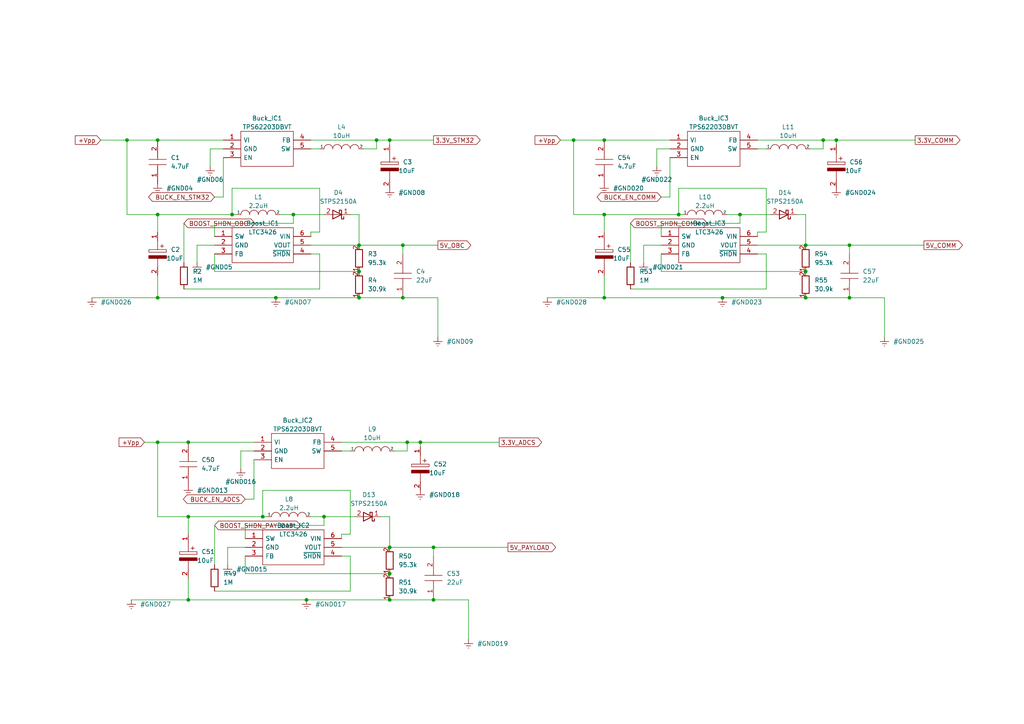
<source format=kicad_sch>
(kicad_sch (version 20230121) (generator eeschema)
  (paper "A4")
  (lib_symbols
    (symbol "Cap 4.7uf:C1210C475K4RACAUTO" (pin_names (offset 0.762))
      (property "Reference" "C" (at 8.89 6.35 0))
      (property "Value" "C1210C475K4RACAUTO" (at 8.89 3.81 0))
      (symbol "C1210C475K4RACAUTO_0_0"
        (pin passive line (at 0 0 0) (length 5.08) (name "~") (number "1"))
        (pin passive line (at 12.7 0 180) (length 5.08) (name "~") (number "2"))
      )
      (symbol "C1210C475K4RACAUTO_0_1"
        (polyline (pts (xy 5.08 0) (xy 5.588 0)) (stroke (width 0.1524)))
        (polyline (pts (xy 5.588 2.54) (xy 5.588 -2.54)) (stroke (width 0.1524)))
        (polyline (pts (xy 7.112 0) (xy 7.62 0)) (stroke (width 0.1524)))
        (polyline (pts (xy 7.112 2.54) (xy 7.112 -2.54)) (stroke (width 0.1524)))
      )
    )
    (symbol "Device:D_Schottky" (pin_names (offset 1.016) hide)
      (property "Reference" "D" (at 0 2.54 0))
      (property "Value" "D_Schottky" (at 0 -2.54 0))
      (symbol "D_Schottky_0_1"
        (polyline (pts (xy 1.27 0) (xy -1.27 0)))
        (polyline (pts (xy 1.27 1.27) (xy 1.27 -1.27) (xy -1.27 0) (xy 1.27 1.27)) (stroke (width 0.254)))
        (polyline (pts (xy -1.905 0.635) (xy -1.905 1.27) (xy -1.27 1.27) (xy -1.27 -1.27) (xy -0.635 -1.27) (xy -0.635 -0.635)) (stroke (width 0.254)))
      )
      (symbol "D_Schottky_1_1"
        (pin passive line (at -3.81 0 0) (length 2.54) (name "K") (number "1"))
        (pin passive line (at 3.81 0 180) (length 2.54) (name "A") (number "2"))
      )
    )
    (symbol "Device:R" (pin_numbers hide) (pin_names (offset 0))
      (property "Reference" "R" (at 2.032 0 90))
      (property "Value" "R" (at 0 0 90))
      (symbol "R_0_1"
        (rectangle (start -1.016 -2.54) (end 1.016 2.54) (stroke (width 0.254)))
      )
      (symbol "R_1_1"
        (pin passive line (at 0 3.81 270) (length 1.27) (name "~") (number "1"))
        (pin passive line (at 0 -3.81 90) (length 1.27) (name "~") (number "2"))
      )
    )
    (symbol "EXTRAs:AFK106M35C12T-F" (pin_names (offset 0.762))
      (property "Reference" "C" (at 8.89 6.35 0))
      (property "Value" "AFK106M35C12T-F" (at 8.89 3.81 0))
      (symbol "AFK106M35C12T-F_0_0"
        (pin passive line (at 0 0 0) (length 2.54) (name "~") (number "1"))
        (pin passive line (at 12.7 0 180) (length 2.54) (name "~") (number "2"))
      )
      (symbol "AFK106M35C12T-F_0_1"
        (polyline (pts (xy 2.54 0) (xy 5.08 0)) (stroke (width 0.1524)))
        (polyline (pts (xy 4.064 1.778) (xy 4.064 0.762)) (stroke (width 0.1524)))
        (polyline (pts (xy 4.572 1.27) (xy 3.556 1.27)) (stroke (width 0.1524)))
        (polyline (pts (xy 7.62 0) (xy 10.16 0)) (stroke (width 0.1524)))
        (polyline (pts (xy 5.08 2.54) (xy 5.08 -2.54) (xy 5.842 -2.54) (xy 5.842 2.54) (xy 5.08 2.54)) (stroke (width 0.1524)))
        (polyline (pts (xy 7.62 2.54) (xy 7.62 -2.54) (xy 6.858 -2.54) (xy 6.858 2.54) (xy 7.62 2.54)) (stroke (width 0.254)) (fill (type outline)))
      )
    )
    (symbol "R_1" (pin_names (offset 0))
      (property "Reference" "R" (at 2.032 0 90))
      (property "Value" "R" (at 0 0 90))
      (symbol "R_1_0_1"
        (rectangle (start -1.016 -2.54) (end 1.016 2.54) (stroke (width 0.254)))
      )
      (symbol "R_1_1_1"
        (pin passive line (at 0 3.81 270) (length 1.27) (name "~") (number "1"))
        (pin passive line (at 0 -3.81 90) (length 1.27) (name "~") (number "2"))
      )
    )
    (symbol "R_2" (pin_names (offset 0))
      (property "Reference" "R" (at 2.032 0 90))
      (property "Value" "R" (at 0 0 90))
      (symbol "R_2_0_1"
        (rectangle (start -1.016 -2.54) (end 1.016 2.54) (stroke (width 0.254)))
      )
      (symbol "R_2_1_1"
        (pin passive line (at 0 3.81 270) (length 1.27) (name "~") (number "1"))
        (pin passive line (at 0 -3.81 90) (length 1.27) (name "~") (number "2"))
      )
    )
    (symbol "boost sat:LTC3426ES6#TRMPBF" (pin_names (offset 0.762))
      (property "Reference" "PS" (at 24.13 7.62 0))
      (property "Value" "LTC3426ES6#TRMPBF" (at 24.13 5.08 0))
      (symbol "LTC3426ES6#TRMPBF_0_0"
        (pin input line (at 0 0 0) (length 5.08) (name "SW") (number "1"))
        (pin power_in line (at 0 -2.54 0) (length 5.08) (name "GND") (number "2"))
        (pin input line (at 0 -5.08 0) (length 5.08) (name "FB") (number "3"))
        (pin input line (at 27.94 -5.08 180) (length 5.08) (name "~{SHDN}") (number "4"))
        (pin power_in line (at 27.94 -2.54 180) (length 5.08) (name "VOUT") (number "5"))
        (pin power_in line (at 27.94 0 180) (length 5.08) (name "VIN") (number "6"))
      )
      (symbol "LTC3426ES6#TRMPBF_0_1"
        (polyline (pts (xy 5.08 2.54) (xy 22.86 2.54) (xy 22.86 -7.62) (xy 5.08 -7.62) (xy 5.08 2.54)) (stroke (width 0.1524)))
      )
    )
    (symbol "bucki c1:TPS62203DBVT" (pin_names (offset 0.762))
      (property "Reference" "IC" (at 21.59 7.62 0))
      (property "Value" "TPS62203DBVT" (at 21.59 5.08 0))
      (symbol "TPS62203DBVT_0_0"
        (pin passive line (at 0 0 0) (length 5.08) (name "VI") (number "1"))
        (pin passive line (at 0 -2.54 0) (length 5.08) (name "GND") (number "2"))
        (pin passive line (at 0 -5.08 0) (length 5.08) (name "EN") (number "3"))
        (pin passive line (at 25.4 0 180) (length 5.08) (name "FB") (number "4"))
        (pin passive line (at 25.4 -2.54 180) (length 5.08) (name "SW") (number "5"))
      )
      (symbol "TPS62203DBVT_0_1"
        (polyline (pts (xy 5.08 2.54) (xy 20.32 2.54) (xy 20.32 -7.62) (xy 5.08 -7.62) (xy 5.08 2.54)) (stroke (width 0.1524)))
      )
    )
    (symbol "cap22uf:ZRB18AR61A226ME01L" (pin_names (offset 0.762))
      (property "Reference" "C" (at 8.89 6.35 0))
      (property "Value" "ZRB18AR61A226ME01L" (at 8.89 3.81 0))
      (symbol "ZRB18AR61A226ME01L_0_0"
        (pin passive line (at 0 0 0) (length 5.08) (name "~") (number "1"))
        (pin passive line (at 12.7 0 180) (length 5.08) (name "~") (number "2"))
      )
      (symbol "ZRB18AR61A226ME01L_0_1"
        (polyline (pts (xy 5.08 0) (xy 5.588 0)) (stroke (width 0.1524)))
        (polyline (pts (xy 5.588 2.54) (xy 5.588 -2.54)) (stroke (width 0.1524)))
        (polyline (pts (xy 7.112 0) (xy 7.62 0)) (stroke (width 0.1524)))
        (polyline (pts (xy 7.112 2.54) (xy 7.112 -2.54)) (stroke (width 0.1524)))
      )
    )
    (symbol "power:Earth" (power) (pin_numbers hide) (pin_names (offset 0) hide)
      (symbol "Earth_0_1"
        (polyline (pts (xy -0.635 -1.905) (xy 0.635 -1.905)))
        (polyline (pts (xy -0.127 -2.54) (xy 0.127 -2.54)))
        (polyline (pts (xy 0 -1.27) (xy 0 0)))
        (polyline (pts (xy 1.27 -1.27) (xy -1.27 -1.27)))
      )
      (symbol "Earth_1_1"
        (pin power_in line (at 0 0 270) (length 0) hide (name "Earth") (number "1"))
      )
    )
    (symbol "pspice:INDUCTOR" (pin_numbers hide) (pin_names (offset 0))
      (property "Reference" "L" (at 0 2.54 0))
      (property "Value" "INDUCTOR" (at 0 -1.27 0))
      (symbol "INDUCTOR_0_1"
        (arc (start -2.54 0) (mid -3.81 1.2645) (end -5.08 0))
        (arc (start 0 0) (mid -1.27 1.2645) (end -2.54 0))
        (arc (start 2.54 0) (mid 1.27 1.2645) (end 0 0))
        (arc (start 5.08 0) (mid 3.81 1.2645) (end 2.54 0))
      )
      (symbol "INDUCTOR_1_1"
        (pin input line (at -6.35 0 0) (length 1.27) (name "1") (number "1"))
        (pin input line (at 6.35 0 180) (length 1.27) (name "2") (number "2"))
      )
    )
  )
  (junction (at 166.37 40.64))
  (junction (at 214.63 62.23))
  (junction (at 113.03 166.37))
  (junction (at 45.72 62.23))
  (junction (at 85.09 62.23))
  (junction (at 104.14 78.74))
  (junction (at 233.68 71.12))
  (junction (at 113.03 40.64))
  (junction (at 104.14 86.36))
  (junction (at 233.68 86.36))
  (junction (at 76.2 149.86))
  (junction (at 118.11 128.27))
  (junction (at 246.38 71.12))
  (junction (at 54.61 128.27))
  (junction (at 93.98 149.86))
  (junction (at 80.01 86.36))
  (junction (at 104.14 71.12))
  (junction (at 233.68 78.74))
  (junction (at 113.03 158.75))
  (junction (at 67.31 62.23))
  (junction (at 125.73 173.99))
  (junction (at 116.84 86.36))
  (junction (at 54.61 149.86))
  (junction (at 175.26 62.23))
  (junction (at 36.83 40.64))
  (junction (at 125.73 158.75))
  (junction (at 45.72 128.27))
  (junction (at 209.55 86.36))
  (junction (at 238.76 40.64))
  (junction (at 54.61 173.99))
  (junction (at 196.85 62.23))
  (junction (at 45.72 86.36))
  (junction (at 175.26 40.64))
  (junction (at 175.26 86.36))
  (junction (at 242.57 40.64))
  (junction (at 88.9 173.99))
  (junction (at 246.38 86.36))
  (junction (at 109.22 40.64))
  (junction (at 113.03 173.99))
  (junction (at 45.72 40.64))
  (junction (at 121.92 128.27))
  (junction (at 116.84 71.12))
  (wire (pts (xy 231.14 62.23) (xy 233.68 62.23)))
  (wire (pts (xy 246.38 71.12) (xy 233.68 71.12)))
  (wire (pts (xy 162.56 40.64) (xy 166.37 40.64)))
  (wire (pts (xy 53.34 76.2) (xy 53.34 64.77)))
  (wire (pts (xy 104.14 62.23) (xy 104.14 71.12)))
  (wire (pts (xy 99.06 130.81) (xy 101.6 130.81)))
  (wire (pts (xy 45.72 62.23) (xy 45.72 67.31)))
  (wire (pts (xy 196.85 54.61) (xy 196.85 62.23)))
  (wire (pts (xy 242.57 40.64) (xy 265.43 40.64)))
  (wire (pts (xy 54.61 149.86) (xy 76.2 149.86)))
  (wire (pts (xy 76.2 142.24) (xy 76.2 149.86)))
  (wire (pts (xy 36.83 62.23) (xy 45.72 62.23)))
  (wire (pts (xy 101.6 154.94) (xy 101.6 142.24)))
  (wire (pts (xy 92.71 54.61) (xy 67.31 54.61)))
  (wire (pts (xy 54.61 173.99) (xy 88.9 173.99)))
  (wire (pts (xy 219.71 73.66) (xy 222.25 73.66)))
  (wire (pts (xy 194.31 57.15) (xy 191.77 57.15)))
  (wire (pts (xy 81.28 62.23) (xy 85.09 62.23)))
  (wire (pts (xy 90.17 67.31) (xy 92.71 67.31)))
  (wire (pts (xy 54.61 167.64) (xy 54.61 173.99)))
  (wire (pts (xy 222.25 67.31) (xy 222.25 54.61)))
  (wire (pts (xy 29.21 40.64) (xy 36.83 40.64)))
  (wire (pts (xy 69.85 130.81) (xy 69.85 135.89)))
  (wire (pts (xy 64.77 43.18) (xy 60.96 43.18)))
  (wire (pts (xy 99.06 128.27) (xy 118.11 128.27)))
  (wire (pts (xy 45.72 40.64) (xy 64.77 40.64)))
  (wire (pts (xy 175.26 62.23) (xy 196.85 62.23)))
  (wire (pts (xy 210.82 62.23) (xy 214.63 62.23)))
  (wire (pts (xy 113.03 149.86) (xy 113.03 158.75)))
  (wire (pts (xy 113.03 173.99) (xy 125.73 173.99)))
  (wire (pts (xy 214.63 62.23) (xy 223.52 62.23)))
  (wire (pts (xy 256.54 97.79) (xy 256.54 86.36)))
  (wire (pts (xy 41.91 128.27) (xy 45.72 128.27)))
  (wire (pts (xy 238.76 40.64) (xy 238.76 43.18)))
  (wire (pts (xy 88.9 173.99) (xy 113.03 173.99)))
  (wire (pts (xy 166.37 40.64) (xy 166.37 62.23)))
  (wire (pts (xy 73.66 130.81) (xy 69.85 130.81)))
  (wire (pts (xy 233.68 86.36) (xy 246.38 86.36)))
  (wire (pts (xy 101.6 171.45) (xy 62.23 171.45)))
  (wire (pts (xy 92.71 67.31) (xy 92.71 54.61)))
  (wire (pts (xy 38.1 173.99) (xy 54.61 173.99)))
  (wire (pts (xy 57.15 71.12) (xy 57.15 76.2)))
  (wire (pts (xy 105.41 43.18) (xy 109.22 43.18)))
  (wire (pts (xy 113.03 40.64) (xy 113.03 41.91)))
  (wire (pts (xy 71.12 166.37) (xy 113.03 166.37)))
  (wire (pts (xy 99.06 154.94) (xy 101.6 154.94)))
  (wire (pts (xy 191.77 71.12) (xy 186.69 71.12)))
  (wire (pts (xy 90.17 149.86) (xy 93.98 149.86)))
  (wire (pts (xy 246.38 71.12) (xy 267.97 71.12)))
  (wire (pts (xy 71.12 158.75) (xy 66.04 158.75)))
  (wire (pts (xy 238.76 40.64) (xy 242.57 40.64)))
  (wire (pts (xy 73.66 133.35) (xy 73.66 144.78)))
  (wire (pts (xy 118.11 128.27) (xy 118.11 130.81)))
  (wire (pts (xy 175.26 40.64) (xy 194.31 40.64)))
  (wire (pts (xy 113.03 40.64) (xy 125.73 40.64)))
  (wire (pts (xy 114.3 130.81) (xy 118.11 130.81)))
  (wire (pts (xy 73.66 144.78) (xy 71.12 144.78)))
  (wire (pts (xy 191.77 64.77) (xy 214.63 64.77)))
  (wire (pts (xy 175.26 80.01) (xy 175.26 86.36)))
  (wire (pts (xy 62.23 163.83) (xy 62.23 152.4)))
  (wire (pts (xy 116.84 71.12) (xy 104.14 71.12)))
  (wire (pts (xy 222.25 54.61) (xy 196.85 54.61)))
  (wire (pts (xy 127 97.79) (xy 127 86.36)))
  (wire (pts (xy 118.11 128.27) (xy 121.92 128.27)))
  (wire (pts (xy 219.71 68.58) (xy 219.71 67.31)))
  (wire (pts (xy 214.63 64.77) (xy 214.63 62.23)))
  (wire (pts (xy 194.31 45.72) (xy 194.31 57.15)))
  (wire (pts (xy 71.12 161.29) (xy 71.12 166.37)))
  (wire (pts (xy 219.71 43.18) (xy 222.25 43.18)))
  (wire (pts (xy 246.38 71.12) (xy 246.38 73.66)))
  (wire (pts (xy 101.6 62.23) (xy 104.14 62.23)))
  (wire (pts (xy 64.77 57.15) (xy 62.23 57.15)))
  (wire (pts (xy 125.73 158.75) (xy 147.32 158.75)))
  (wire (pts (xy 85.09 64.77) (xy 85.09 62.23)))
  (wire (pts (xy 45.72 86.36) (xy 80.01 86.36)))
  (wire (pts (xy 116.84 71.12) (xy 127 71.12)))
  (wire (pts (xy 54.61 149.86) (xy 54.61 154.94)))
  (wire (pts (xy 90.17 68.58) (xy 90.17 67.31)))
  (wire (pts (xy 125.73 158.75) (xy 125.73 161.29)))
  (wire (pts (xy 101.6 142.24) (xy 76.2 142.24)))
  (wire (pts (xy 116.84 86.36) (xy 127 86.36)))
  (wire (pts (xy 90.17 73.66) (xy 92.71 73.66)))
  (wire (pts (xy 190.5 43.18) (xy 190.5 48.26)))
  (wire (pts (xy 99.06 161.29) (xy 101.6 161.29)))
  (wire (pts (xy 99.06 156.21) (xy 99.06 154.94)))
  (wire (pts (xy 90.17 43.18) (xy 92.71 43.18)))
  (wire (pts (xy 109.22 40.64) (xy 113.03 40.64)))
  (wire (pts (xy 45.72 149.86) (xy 54.61 149.86)))
  (wire (pts (xy 92.71 73.66) (xy 92.71 83.82)))
  (wire (pts (xy 101.6 161.29) (xy 101.6 171.45)))
  (wire (pts (xy 234.95 43.18) (xy 238.76 43.18)))
  (wire (pts (xy 191.77 68.58) (xy 191.77 64.77)))
  (wire (pts (xy 196.85 62.23) (xy 198.12 62.23)))
  (wire (pts (xy 45.72 62.23) (xy 67.31 62.23)))
  (wire (pts (xy 71.12 152.4) (xy 93.98 152.4)))
  (wire (pts (xy 67.31 54.61) (xy 67.31 62.23)))
  (wire (pts (xy 92.71 83.82) (xy 53.34 83.82)))
  (wire (pts (xy 85.09 62.23) (xy 93.98 62.23)))
  (wire (pts (xy 135.89 185.42) (xy 135.89 173.99)))
  (wire (pts (xy 62.23 78.74) (xy 104.14 78.74)))
  (wire (pts (xy 26.67 86.36) (xy 45.72 86.36)))
  (wire (pts (xy 93.98 152.4) (xy 93.98 149.86)))
  (wire (pts (xy 90.17 40.64) (xy 109.22 40.64)))
  (wire (pts (xy 71.12 156.21) (xy 71.12 152.4)))
  (wire (pts (xy 186.69 71.12) (xy 186.69 76.2)))
  (wire (pts (xy 246.38 86.36) (xy 256.54 86.36)))
  (wire (pts (xy 209.55 86.36) (xy 233.68 86.36)))
  (wire (pts (xy 166.37 62.23) (xy 175.26 62.23)))
  (wire (pts (xy 233.68 62.23) (xy 233.68 71.12)))
  (wire (pts (xy 125.73 158.75) (xy 113.03 158.75)))
  (wire (pts (xy 219.71 40.64) (xy 238.76 40.64)))
  (wire (pts (xy 219.71 67.31) (xy 222.25 67.31)))
  (wire (pts (xy 191.77 73.66) (xy 191.77 78.74)))
  (wire (pts (xy 60.96 43.18) (xy 60.96 48.26)))
  (wire (pts (xy 121.92 128.27) (xy 144.78 128.27)))
  (wire (pts (xy 67.31 62.23) (xy 68.58 62.23)))
  (wire (pts (xy 175.26 86.36) (xy 209.55 86.36)))
  (wire (pts (xy 36.83 40.64) (xy 45.72 40.64)))
  (wire (pts (xy 62.23 68.58) (xy 62.23 64.77)))
  (wire (pts (xy 80.01 86.36) (xy 104.14 86.36)))
  (wire (pts (xy 62.23 64.77) (xy 85.09 64.77)))
  (wire (pts (xy 125.73 173.99) (xy 135.89 173.99)))
  (wire (pts (xy 222.25 73.66) (xy 222.25 83.82)))
  (wire (pts (xy 222.25 83.82) (xy 182.88 83.82)))
  (wire (pts (xy 64.77 45.72) (xy 64.77 57.15)))
  (wire (pts (xy 191.77 78.74) (xy 233.68 78.74)))
  (wire (pts (xy 36.83 40.64) (xy 36.83 62.23)))
  (wire (pts (xy 194.31 43.18) (xy 190.5 43.18)))
  (wire (pts (xy 110.49 149.86) (xy 113.03 149.86)))
  (wire (pts (xy 219.71 71.12) (xy 233.68 71.12)))
  (wire (pts (xy 62.23 71.12) (xy 57.15 71.12)))
  (wire (pts (xy 90.17 71.12) (xy 104.14 71.12)))
  (wire (pts (xy 62.23 73.66) (xy 62.23 78.74)))
  (wire (pts (xy 45.72 80.01) (xy 45.72 86.36)))
  (wire (pts (xy 66.04 158.75) (xy 66.04 163.83)))
  (wire (pts (xy 76.2 149.86) (xy 77.47 149.86)))
  (wire (pts (xy 242.57 40.64) (xy 242.57 41.91)))
  (wire (pts (xy 104.14 86.36) (xy 116.84 86.36)))
  (wire (pts (xy 158.75 86.36) (xy 175.26 86.36)))
  (wire (pts (xy 109.22 40.64) (xy 109.22 43.18)))
  (wire (pts (xy 182.88 76.2) (xy 182.88 64.77)))
  (wire (pts (xy 175.26 62.23) (xy 175.26 67.31)))
  (wire (pts (xy 166.37 40.64) (xy 175.26 40.64)))
  (wire (pts (xy 54.61 128.27) (xy 73.66 128.27)))
  (wire (pts (xy 121.92 128.27) (xy 121.92 129.54)))
  (wire (pts (xy 99.06 158.75) (xy 113.03 158.75)))
  (wire (pts (xy 45.72 128.27) (xy 54.61 128.27)))
  (wire (pts (xy 45.72 128.27) (xy 45.72 149.86)))
  (wire (pts (xy 116.84 71.12) (xy 116.84 73.66)))
  (wire (pts (xy 93.98 149.86) (xy 102.87 149.86)))
  (global_label "+Vpp" (shape input) (at 29.21 40.64 180) (property "Intersheetrefs" "${INTERSHEET_REFS}" (effects hide)))
  (global_label "BUCK_EN_ADCS" (shape bidirectional) (at 71.12 144.78 180) (property "Intersheetrefs" "${INTERSHEET_REFS}" (effects hide)))
  (global_label "BOOST_SHDN_COMM" (shape bidirectional) (at 182.88 64.77 0) (property "Intersheetrefs" "${INTERSHEET_REFS}" (effects hide)))
  (global_label "5V_PAYLOAD" (shape output) (at 147.32 158.75 0) (property "Intersheetrefs" "${INTERSHEET_REFS}" (effects hide)))
  (global_label "3.3V_COMM" (shape output) (at 265.43 40.64 0) (property "Intersheetrefs" "${INTERSHEET_REFS}" (effects hide)))
  (global_label "BUCK_EN_STM32" (shape bidirectional) (at 62.23 57.15 180) (property "Intersheetrefs" "${INTERSHEET_REFS}" (effects hide)))
  (global_label "BOOST_SHDN_OBC" (shape bidirectional) (at 53.34 64.77 0) (property "Intersheetrefs" "${INTERSHEET_REFS}" (effects hide)))
  (global_label "5V_OBC" (shape output) (at 127 71.12 0) (property "Intersheetrefs" "${INTERSHEET_REFS}" (effects hide)))
  (global_label "+Vpp" (shape input) (at 41.91 128.27 180) (property "Intersheetrefs" "${INTERSHEET_REFS}" (effects hide)))
  (global_label "3.3V_ADCS" (shape output) (at 144.78 128.27 0) (property "Intersheetrefs" "${INTERSHEET_REFS}" (effects hide)))
  (global_label "5V_COMM" (shape output) (at 267.97 71.12 0) (property "Intersheetrefs" "${INTERSHEET_REFS}" (effects hide)))
  (global_label "+Vpp" (shape input) (at 162.56 40.64 180) (property "Intersheetrefs" "${INTERSHEET_REFS}" (effects hide)))
  (global_label "3.3V_STM32" (shape output) (at 125.73 40.64 0) (property "Intersheetrefs" "${INTERSHEET_REFS}" (effects hide)))
  (global_label "BUCK_EN_COMM" (shape bidirectional) (at 191.77 57.15 180) (property "Intersheetrefs" "${INTERSHEET_REFS}" (effects hide)))
  (global_label "BOOST_SHDN_PAYLOAD" (shape bidirectional) (at 62.23 152.4 0) (property "Intersheetrefs" "${INTERSHEET_REFS}" (effects hide)))
  (symbol (lib_id "EXTRAs:AFK106M35C12T-F") (at 45.72 67.31 270) (unit 1)
    (property "Reference" "C2" (at 49.53 72.3899 90) (effects (justify left)))
    (property "Value" "10uF" (at 48.26 74.93 90) (effects (justify left)))
    (property "Footprint" "10uF MLCC:CAPC2012X94N" (effects hide))
    (property "Datasheet" "http://www.cde.com/resources/catalogs/AFK.pdf" (effects hide))
    (property "Description" "Cap Aluminum Lytic 10uF 35V 20% (5 X 5.8mm) SMD 0.7 Ohm 160mA 2000h 105C T/R" (effects hide))
    (property "Height" "6.1" (effects hide))
    (property "Mouser Part Number" "598-AFK106M35C12T-F" (effects hide))
    (property "Mouser Price/Stock" "https://www.mouser.co.uk/ProductDetail/Cornell-Dubilier-CDE/AFK106M35C12T-F?qs=AYHylYxnIynAqk5QKPbEdQ%3D%3D" (effects hide))
    (property "Manufacturer_Name" "Cornell Dubilier" (effects hide))
    (property "Manufacturer_Part_Number" "AFK106M35C12T-F" (effects hide))
    (instances (project "pcb" (path "" (reference "C2") (unit 1))) (project "1" (path "" (reference "C1") (unit 1))))
  )
  (symbol (lib_id "power:Earth") (at 66.04 163.83 0) (unit 1)
    (property "Reference" "#GND015" (at 68.58 165.0999 0) (effects (justify left)))
    (property "Value" "Earth" (effects hide))
    (instances (project "pcb" (path "" (reference "#GND015") (unit 1))) (project "1" (path "" (reference "#GND02") (unit 1))))
  )
  (symbol (lib_id "power:Earth") (at 54.61 140.97 0) (unit 1)
    (property "Reference" "#GND013" (at 57.15 142.2399 0) (effects (justify left)))
    (property "Value" "Earth" (effects hide))
    (instances (project "pcb" (path "" (reference "#GND013") (unit 1))) (project "1" (path "" (reference "#GND01") (unit 1))))
  )
  (symbol (lib_id "boost sat:LTC3426ES6#TRMPBF") (at 62.23 68.58 0) (unit 1)
    (property "Reference" "Boost_IC1" (at 76.2 64.77 0))
    (property "Value" "LTC3426" (at 76.2 67.31 0))
    (property "Footprint" "Boost LTC3426:SOT95P280X90-6N" (effects hide))
    (property "Datasheet" "https://componentsearchengine.com/Datasheets/1/LTC3426ES6#TRMPBF.pdf" (effects hide))
    (property "Description" "Linear Technology LTC3426ES6#TRMPBF, Step Up DC-DC Converter, Adjustable, 2.25  5 V 6-Pin, TSOT-23" (effects hide))
    (property "Height" "0.9" (effects hide))
    (property "Mouser Part Number" "584-LTC3426ES6TRMPBF" (effects hide))
    (property "Mouser Price/Stock" "https://www.mouser.com/Search/Refine.aspx?Keyword=584-LTC3426ES6TRMPBF" (effects hide))
    (property "Manufacturer_Name" "Analog Devices" (effects hide))
    (property "Manufacturer_Part_Number" "LTC3426ES6#TRMPBF" (effects hide))
  )
  (symbol (lib_id "bucki c1:TPS62203DBVT") (at 73.66 128.27 0) (unit 1)
    (property "Reference" "Buck_IC2" (at 86.36 121.92 0))
    (property "Value" "TPS62203DBVT" (at 86.36 124.46 0))
    (property "Footprint" "BUck TPS62203DBVT:SOT95P280X145-5N" (effects hide))
    (property "Datasheet" "http://www.ti.com/lit/gpn/tps62203" (effects hide))
    (property "Description" "3.3-V Output, 300-mA, 95% Efficient Step-Down Converter in SOT-23" (effects hide))
    (property "Height" "1.45" (effects hide))
    (property "Mouser Part Number" "595-TPS62203DBVT" (effects hide))
    (property "Mouser Price/Stock" "https://www.mouser.co.uk/ProductDetail/Texas-Instruments/TPS62203DBVT?qs=Gse6rAGbi78wvyrSvCxXew%3D%3D" (effects hide))
    (property "Manufacturer_Name" "Texas Instruments" (effects hide))
    (property "Manufacturer_Part_Number" "TPS62203DBVT" (effects hide))
    (instances (project "pcb" (path "" (reference "Buck_IC2") (unit 1))) (project "1" (path "" (reference "Buck_IC1") (unit 1))))
  )
  (symbol (lib_id "power:Earth") (at 175.26 53.34 0) (unit 1)
    (property "Reference" "#GND020" (at 177.8 54.6099 0) (effects (justify left)))
    (property "Value" "Earth" (effects hide))
    (instances (project "pcb" (path "" (reference "#GND020") (unit 1))) (project "1" (path "" (reference "#GND01") (unit 1))))
  )
  (symbol (lib_id "pspice:INDUCTOR") (at 83.82 149.86 0) (unit 1)
    (property "Reference" "L8" (at 83.82 144.78 0))
    (property "Value" "2.2uH" (at 83.82 147.32 0))
    (property "Footprint" "indc 2.2uH:IHLP2020CZER2R2M8A" (effects hide))
    (instances (project "pcb" (path "" (reference "L8") (unit 1))) (project "1" (path "" (reference "L1") (unit 1))))
  )
  (symbol (lib_name "R_2") (lib_id "Device:R") (at 113.03 170.18 180) (unit 1)
    (property "Reference" "R51" (at 115.57 168.9099 0) (effects (justify right)))
    (property "Value" "30.9k" (at 115.57 171.4499 0) (effects (justify right)))
    (property "Footprint" "rst 30.9k:RC0603FR-0730K9L" (effects hide))
    (instances (project "pcb" (path "" (reference "R51") (unit 1))) (project "1" (path "" (reference "R2") (unit 1))))
  )
  (symbol (lib_name "R_1") (lib_id "Device:R") (at 113.03 162.56 180) (unit 1)
    (property "Reference" "R50" (at 115.57 161.2899 0) (effects (justify right)))
    (property "Value" "95.3k" (at 115.57 163.8299 0) (effects (justify right)))
    (property "Footprint" "rst 95.3k:RESC2012X60N" (effects hide))
    (instances (project "pcb" (path "" (reference "R50") (unit 1))) (project "1" (path "" (reference "R1") (unit 1))))
  )
  (symbol (lib_id "pspice:INDUCTOR") (at 228.6 43.18 0) (unit 1)
    (property "Reference" "L11" (at 228.6 36.83 0))
    (property "Value" "10uH" (at 228.6 39.37 0))
    (property "Footprint" "indc 10uH crct:SRN1060-100M" (effects hide))
    (instances (project "pcb" (path "" (reference "L11") (unit 1))) (project "1" (path "" (reference "L2") (unit 1))))
  )
  (symbol (lib_id "Cap 4.7uf:C1210C475K4RACAUTO") (at 175.26 53.34 90) (unit 1)
    (property "Reference" "C54" (at 179.07 45.7199 90) (effects (justify right)))
    (property "Value" "4.7uF" (at 179.07 48.2599 90) (effects (justify right)))
    (property "Footprint" "cap 4.7uf:C1210" (effects hide))
    (property "Datasheet" "https://content.kemet.com/datasheets/KEM_C1023_X7R_AUTO_SMD.pdf" (effects hide))
    (property "Description" "SMD Auto X7R, Ceramic, 4.7 uF, 10%, 16 VDC, 40 VDC, 125C, -55C, X7R, SMD, MLCC, Temperature Stable, Automotive Grade, 3.5 % , 106.4 MOhms, 40 mg, 1210, 3.2mm, 2.5mm, 0.9mm, 0.5mm, 4000, 78  Weeks, 80" (effects hide))
    (property "Mouser Part Number" "80-C1210C475K4RAUTO" (effects hide))
    (property "Mouser Price/Stock" "https://www.mouser.co.uk/ProductDetail/KEMET/C1210C475K4RACAUTO?qs=ds50AKTGxA%252BKRDrrpcR4kg%3D%3D" (effects hide))
    (property "Manufacturer_Name" "KEMET" (effects hide))
    (property "Manufacturer_Part_Number" "C1210C475K4RACAUTO" (effects hide))
    (instances (project "pcb" (path "" (reference "C54") (unit 1))) (project "1" (path "" (reference "C3") (unit 1))))
  )
  (symbol (lib_id "cap22uf:ZRB18AR61A226ME01L") (at 116.84 86.36 90) (unit 1)
    (property "Reference" "C4" (at 120.65 78.7399 90) (effects (justify right)))
    (property "Value" "22uF" (at 120.65 81.2799 90) (effects (justify right)))
    (property "Footprint" "cap 22uF low esr and esl:C3216_Commercial" (effects hide))
    (property "Datasheet" "https://datasheet.datasheetarchive.com/originals/distributors/DKDS-10/192994.pdf" (effects hide))
    (property "Description" "Murata 0603 B 22uF Ceramic Multilayer Capacitor, 10 V dc, +85C, X5R Dielectric, +/-20%" (effects hide))
    (property "Height" "1.2" (effects hide))
    (property "Mouser Part Number" "81-ZRB18AR61A226ME1L" (effects hide))
    (property "Mouser Price/Stock" "https://www.mouser.co.uk/ProductDetail/Murata-Electronics/ZRB18AR61A226ME01L?qs=5aG0NVq1C4zcCU98as8CPQ%3D%3D" (effects hide))
    (property "Manufacturer_Name" "Murata Electronics" (effects hide))
    (property "Manufacturer_Part_Number" "ZRB18AR61A226ME01L" (effects hide))
    (instances (project "pcb" (path "" (reference "C4") (unit 1))) (project "1" (path "" (reference "C2") (unit 1))))
  )
  (symbol (lib_id "boost sat:LTC3426ES6#TRMPBF") (at 191.77 68.58 0) (unit 1)
    (property "Reference" "Boost_IC3" (at 205.74 64.77 0))
    (property "Value" "LTC3426" (at 205.74 67.31 0))
    (property "Footprint" "Boost LTC3426:SOT95P280X90-6N" (effects hide))
    (property "Datasheet" "https://componentsearchengine.com/Datasheets/1/LTC3426ES6#TRMPBF.pdf" (effects hide))
    (property "Description" "Linear Technology LTC3426ES6#TRMPBF, Step Up DC-DC Converter, Adjustable, 2.25  5 V 6-Pin, TSOT-23" (effects hide))
    (property "Height" "0.9" (effects hide))
    (property "Mouser Part Number" "584-LTC3426ES6TRMPBF" (effects hide))
    (property "Mouser Price/Stock" "https://www.mouser.com/Search/Refine.aspx?Keyword=584-LTC3426ES6TRMPBF" (effects hide))
    (property "Manufacturer_Name" "Analog Devices" (effects hide))
    (property "Manufacturer_Part_Number" "LTC3426ES6#TRMPBF" (effects hide))
    (instances (project "pcb" (path "" (reference "Boost_IC3") (unit 1))) (project "1" (path "" (reference "Boost_IC1") (unit 1))))
  )
  (symbol (lib_name "R_1") (lib_id "Device:R") (at 104.14 74.93 180) (unit 1)
    (property "Reference" "R3" (at 106.68 73.6599 0) (effects (justify right)))
    (property "Value" "95.3k" (at 106.68 76.1999 0) (effects (justify right)))
    (property "Footprint" "rst 95.3k:RESC2012X60N" (effects hide))
    (instances (project "pcb" (path "" (reference "R3") (unit 1))) (project "1" (path "" (reference "R1") (unit 1))))
  )
  (symbol (lib_id "pspice:INDUCTOR") (at 107.95 130.81 0) (unit 1)
    (property "Reference" "L9" (at 107.95 124.46 0))
    (property "Value" "10uH" (at 107.95 127 0))
    (property "Footprint" "indc 10uH crct:SRN1060-100M" (effects hide))
    (instances (project "pcb" (path "" (reference "L9") (unit 1))) (project "1" (path "" (reference "L2") (unit 1))))
  )
  (symbol (lib_name "R_2") (lib_id "Device:R") (at 233.68 82.55 180) (unit 1)
    (property "Reference" "R55" (at 236.22 81.2799 0) (effects (justify right)))
    (property "Value" "30.9k" (at 236.22 83.8199 0) (effects (justify right)))
    (property "Footprint" "rst 30.9k:RC0603FR-0730K9L" (effects hide))
    (instances (project "pcb" (path "" (reference "R55") (unit 1))) (project "1" (path "" (reference "R2") (unit 1))))
  )
  (symbol (lib_id "Cap 4.7uf:C1210C475K4RACAUTO") (at 45.72 53.34 90) (unit 1)
    (property "Reference" "C1" (at 49.53 45.7199 90) (effects (justify right)))
    (property "Value" "4.7uF" (at 49.53 48.2599 90) (effects (justify right)))
    (property "Footprint" "cap 4.7uf:C1210" (effects hide))
    (property "Datasheet" "https://content.kemet.com/datasheets/KEM_C1023_X7R_AUTO_SMD.pdf" (effects hide))
    (property "Description" "SMD Auto X7R, Ceramic, 4.7 uF, 10%, 16 VDC, 40 VDC, 125C, -55C, X7R, SMD, MLCC, Temperature Stable, Automotive Grade, 3.5 % , 106.4 MOhms, 40 mg, 1210, 3.2mm, 2.5mm, 0.9mm, 0.5mm, 4000, 78  Weeks, 80" (effects hide))
    (property "Mouser Part Number" "80-C1210C475K4RAUTO" (effects hide))
    (property "Mouser Price/Stock" "https://www.mouser.co.uk/ProductDetail/KEMET/C1210C475K4RACAUTO?qs=ds50AKTGxA%252BKRDrrpcR4kg%3D%3D" (effects hide))
    (property "Manufacturer_Name" "KEMET" (effects hide))
    (property "Manufacturer_Part_Number" "C1210C475K4RACAUTO" (effects hide))
    (instances (project "pcb" (path "" (reference "C1") (unit 1))) (project "1" (path "" (reference "C3") (unit 1))))
  )
  (symbol (lib_name "R_2") (lib_id "Device:R") (at 104.14 82.55 180) (unit 1)
    (property "Reference" "R4" (at 106.68 81.2799 0) (effects (justify right)))
    (property "Value" "30.9k" (at 106.68 83.8199 0) (effects (justify right)))
    (property "Footprint" "rst 30.9k:RC0603FR-0730K9L" (effects hide))
    (instances (project "pcb" (path "" (reference "R4") (unit 1))) (project "1" (path "" (reference "R2") (unit 1))))
  )
  (symbol (lib_id "power:Earth") (at 158.75 86.36 0) (unit 1)
    (property "Reference" "#GND028" (at 161.29 87.6299 0) (effects (justify left)))
    (property "Value" "Earth" (effects hide))
    (instances (project "pcb" (path "" (reference "#GND028") (unit 1))) (project "1" (path "" (reference "#GND011") (unit 1))))
  )
  (symbol (lib_id "Device:R") (at 53.34 80.01 180) (unit 1)
    (property "Reference" "R2" (at 55.88 78.7399 0) (effects (justify right)))
    (property "Value" "1M" (at 55.88 81.2799 0) (effects (justify right)))
    (property "Footprint" "1MEGA RST:RESC1608X55N" (effects hide))
    (instances (project "pcb" (path "" (reference "R2") (unit 1))) (project "1" (path "" (reference "R3") (unit 1))))
  )
  (symbol (lib_id "Device:D_Schottky") (at 227.33 62.23 180) (unit 1)
    (property "Reference" "D14" (at 227.6475 55.88 0))
    (property "Value" "STPS2150A" (at 227.6475 58.42 0))
    (property "Footprint" "Schottky DD with stock:DIOM5126X265N" (effects hide))
    (instances (project "pcb" (path "" (reference "D14") (unit 1))) (project "1" (path "" (reference "D1") (unit 1))))
  )
  (symbol (lib_id "power:Earth") (at 242.57 54.61 0) (unit 1)
    (property "Reference" "#GND024" (at 245.11 55.8799 0) (effects (justify left)))
    (property "Value" "Earth" (effects hide))
    (instances (project "pcb" (path "" (reference "#GND024") (unit 1))) (project "1" (path "" (reference "#GND05") (unit 1))))
  )
  (symbol (lib_id "bucki c1:TPS62203DBVT") (at 64.77 40.64 0) (unit 1)
    (property "Reference" "Buck_IC1" (at 77.47 34.29 0))
    (property "Value" "TPS62203DBVT" (at 77.47 36.83 0))
    (property "Footprint" "BUck TPS62203DBVT:SOT95P280X145-5N" (effects hide))
    (property "Datasheet" "http://www.ti.com/lit/gpn/tps62203" (effects hide))
    (property "Description" "3.3-V Output, 300-mA, 95% Efficient Step-Down Converter in SOT-23" (effects hide))
    (property "Height" "1.45" (effects hide))
    (property "Mouser Part Number" "595-TPS62203DBVT" (effects hide))
    (property "Mouser Price/Stock" "https://www.mouser.co.uk/ProductDetail/Texas-Instruments/TPS62203DBVT?qs=Gse6rAGbi78wvyrSvCxXew%3D%3D" (effects hide))
    (property "Manufacturer_Name" "Texas Instruments" (effects hide))
    (property "Manufacturer_Part_Number" "TPS62203DBVT" (effects hide))
  )
  (symbol (lib_id "cap22uf:ZRB18AR61A226ME01L") (at 246.38 86.36 90) (unit 1)
    (property "Reference" "C57" (at 250.19 78.7399 90) (effects (justify right)))
    (property "Value" "22uF" (at 250.19 81.2799 90) (effects (justify right)))
    (property "Footprint" "cap 22uF low esr and esl:C3216_Commercial" (effects hide))
    (property "Datasheet" "https://datasheet.datasheetarchive.com/originals/distributors/DKDS-10/192994.pdf" (effects hide))
    (property "Description" "Murata 0603 B 22uF Ceramic Multilayer Capacitor, 10 V dc, +85C, X5R Dielectric, +/-20%" (effects hide))
    (property "Height" "1.2" (effects hide))
    (property "Mouser Part Number" "81-ZRB18AR61A226ME1L" (effects hide))
    (property "Mouser Price/Stock" "https://www.mouser.co.uk/ProductDetail/Murata-Electronics/ZRB18AR61A226ME01L?qs=5aG0NVq1C4zcCU98as8CPQ%3D%3D" (effects hide))
    (property "Manufacturer_Name" "Murata Electronics" (effects hide))
    (property "Manufacturer_Part_Number" "ZRB18AR61A226ME01L" (effects hide))
    (instances (project "pcb" (path "" (reference "C57") (unit 1))) (project "1" (path "" (reference "C2") (unit 1))))
  )
  (symbol (lib_id "EXTRAs:AFK106M35C12T-F") (at 54.61 154.94 270) (unit 1)
    (property "Reference" "C51" (at 58.42 160.0199 90) (effects (justify left)))
    (property "Value" "10uF" (at 57.15 162.56 90) (effects (justify left)))
    (property "Footprint" "10uF MLCC:CAPC2012X94N" (effects hide))
    (property "Datasheet" "http://www.cde.com/resources/catalogs/AFK.pdf" (effects hide))
    (property "Description" "Cap Aluminum Lytic 10uF 35V 20% (5 X 5.8mm) SMD 0.7 Ohm 160mA 2000h 105C T/R" (effects hide))
    (property "Height" "6.1" (effects hide))
    (property "Mouser Part Number" "598-AFK106M35C12T-F" (effects hide))
    (property "Mouser Price/Stock" "https://www.mouser.co.uk/ProductDetail/Cornell-Dubilier-CDE/AFK106M35C12T-F?qs=AYHylYxnIynAqk5QKPbEdQ%3D%3D" (effects hide))
    (property "Manufacturer_Name" "Cornell Dubilier" (effects hide))
    (property "Manufacturer_Part_Number" "AFK106M35C12T-F" (effects hide))
    (instances (project "pcb" (path "" (reference "C51") (unit 1))) (project "1" (path "" (reference "C1") (unit 1))))
  )
  (symbol (lib_id "power:Earth") (at 88.9 173.99 0) (unit 1)
    (property "Reference" "#GND017" (at 91.44 175.2599 0) (effects (justify left)))
    (property "Value" "Earth" (effects hide))
    (instances (project "pcb" (path "" (reference "#GND017") (unit 1))) (project "1" (path "" (reference "#GND04") (unit 1))))
  )
  (symbol (lib_id "Device:D_Schottky") (at 106.68 149.86 180) (unit 1)
    (property "Reference" "D13" (at 106.9975 143.51 0))
    (property "Value" "STPS2150A" (at 106.9975 146.05 0))
    (property "Footprint" "Schottky DD with stock:DIOM5126X265N" (effects hide))
    (instances (project "pcb" (path "" (reference "D13") (unit 1))) (project "1" (path "" (reference "D1") (unit 1))))
  )
  (symbol (lib_id "EXTRAs:AFK106M35C12T-F") (at 121.92 129.54 270) (unit 1)
    (property "Reference" "C52" (at 125.73 134.6199 90) (effects (justify left)))
    (property "Value" "10uF" (at 124.46 137.16 90) (effects (justify left)))
    (property "Footprint" "10uF MLCC:CAPC2012X94N" (effects hide))
    (property "Datasheet" "http://www.cde.com/resources/catalogs/AFK.pdf" (effects hide))
    (property "Description" "Cap Aluminum Lytic 10uF 35V 20% (5 X 5.8mm) SMD 0.7 Ohm 160mA 2000h 105C T/R" (effects hide))
    (property "Height" "6.1" (effects hide))
    (property "Mouser Part Number" "598-AFK106M35C12T-F" (effects hide))
    (property "Mouser Price/Stock" "https://www.mouser.co.uk/ProductDetail/Cornell-Dubilier-CDE/AFK106M35C12T-F?qs=AYHylYxnIynAqk5QKPbEdQ%3D%3D" (effects hide))
    (property "Manufacturer_Name" "Cornell Dubilier" (effects hide))
    (property "Manufacturer_Part_Number" "AFK106M35C12T-F" (effects hide))
    (instances (project "pcb" (path "" (reference "C52") (unit 1))) (project "1" (path "" (reference "C4") (unit 1))))
  )
  (symbol (lib_id "EXTRAs:AFK106M35C12T-F") (at 242.57 41.91 270) (unit 1)
    (property "Reference" "C56" (at 246.38 46.9899 90) (effects (justify left)))
    (property "Value" "10uF" (at 245.11 49.53 90) (effects (justify left)))
    (property "Footprint" "10uF MLCC:CAPC2012X94N" (effects hide))
    (property "Datasheet" "http://www.cde.com/resources/catalogs/AFK.pdf" (effects hide))
    (property "Description" "Cap Aluminum Lytic 10uF 35V 20% (5 X 5.8mm) SMD 0.7 Ohm 160mA 2000h 105C T/R" (effects hide))
    (property "Height" "6.1" (effects hide))
    (property "Mouser Part Number" "598-AFK106M35C12T-F" (effects hide))
    (property "Mouser Price/Stock" "https://www.mouser.co.uk/ProductDetail/Cornell-Dubilier-CDE/AFK106M35C12T-F?qs=AYHylYxnIynAqk5QKPbEdQ%3D%3D" (effects hide))
    (property "Manufacturer_Name" "Cornell Dubilier" (effects hide))
    (property "Manufacturer_Part_Number" "AFK106M35C12T-F" (effects hide))
    (instances (project "pcb" (path "" (reference "C56") (unit 1))) (project "1" (path "" (reference "C4") (unit 1))))
  )
  (symbol (lib_id "power:Earth") (at 80.01 86.36 0) (unit 1)
    (property "Reference" "#GND07" (at 82.55 87.6299 0) (effects (justify left)))
    (property "Value" "Earth" (effects hide))
    (instances (project "pcb" (path "" (reference "#GND07") (unit 1))) (project "1" (path "" (reference "#GND04") (unit 1))))
  )
  (symbol (lib_id "pspice:INDUCTOR") (at 74.93 62.23 0) (unit 1)
    (property "Reference" "L1" (at 74.93 57.15 0))
    (property "Value" "2.2uH" (at 74.93 59.69 0))
    (property "Footprint" "indc 2.2uH:IHLP2020CZER2R2M8A" (effects hide))
  )
  (symbol (lib_id "power:Earth") (at 127 97.79 0) (unit 1)
    (property "Reference" "#GND09" (at 129.54 99.0599 0) (effects (justify left)))
    (property "Value" "Earth" (effects hide))
    (instances (project "pcb" (path "" (reference "#GND09") (unit 1))) (project "1" (path "" (reference "#GND011") (unit 1))))
  )
  (symbol (lib_id "power:Earth") (at 186.69 76.2 0) (unit 1)
    (property "Reference" "#GND021" (at 189.23 77.4699 0) (effects (justify left)))
    (property "Value" "Earth" (effects hide))
    (instances (project "pcb" (path "" (reference "#GND021") (unit 1))) (project "1" (path "" (reference "#GND02") (unit 1))))
  )
  (symbol (lib_id "Device:R") (at 182.88 80.01 180) (unit 1)
    (property "Reference" "R53" (at 185.42 78.7399 0) (effects (justify right)))
    (property "Value" "1M" (at 185.42 81.2799 0) (effects (justify right)))
    (property "Footprint" "1MEGA RST:RESC1608X55N" (effects hide))
    (instances (project "pcb" (path "" (reference "R53") (unit 1))) (project "1" (path "" (reference "R3") (unit 1))))
  )
  (symbol (lib_id "pspice:INDUCTOR") (at 204.47 62.23 0) (unit 1)
    (property "Reference" "L10" (at 204.47 57.15 0))
    (property "Value" "2.2uH" (at 204.47 59.69 0))
    (property "Footprint" "indc 2.2uH:IHLP2020CZER2R2M8A" (effects hide))
    (instances (project "pcb" (path "" (reference "L10") (unit 1))) (project "1" (path "" (reference "L1") (unit 1))))
  )
  (symbol (lib_id "boost sat:LTC3426ES6#TRMPBF") (at 71.12 156.21 0) (unit 1)
    (property "Reference" "Boost_IC2" (at 85.09 152.4 0))
    (property "Value" "LTC3426" (at 85.09 154.94 0))
    (property "Footprint" "Boost LTC3426:SOT95P280X90-6N" (effects hide))
    (property "Datasheet" "https://componentsearchengine.com/Datasheets/1/LTC3426ES6#TRMPBF.pdf" (effects hide))
    (property "Description" "Linear Technology LTC3426ES6#TRMPBF, Step Up DC-DC Converter, Adjustable, 2.25  5 V 6-Pin, TSOT-23" (effects hide))
    (property "Height" "0.9" (effects hide))
    (property "Mouser Part Number" "584-LTC3426ES6TRMPBF" (effects hide))
    (property "Mouser Price/Stock" "https://www.mouser.com/Search/Refine.aspx?Keyword=584-LTC3426ES6TRMPBF" (effects hide))
    (property "Manufacturer_Name" "Analog Devices" (effects hide))
    (property "Manufacturer_Part_Number" "LTC3426ES6#TRMPBF" (effects hide))
    (instances (project "pcb" (path "" (reference "Boost_IC2") (unit 1))) (project "1" (path "" (reference "Boost_IC1") (unit 1))))
  )
  (symbol (lib_id "power:Earth") (at 38.1 173.99 0) (unit 1)
    (property "Reference" "#GND027" (at 40.64 175.2599 0) (effects (justify left)))
    (property "Value" "Earth" (effects hide))
    (instances (project "pcb" (path "" (reference "#GND027") (unit 1))) (project "1" (path "" (reference "#GND011") (unit 1))))
  )
  (symbol (lib_id "Cap 4.7uf:C1210C475K4RACAUTO") (at 54.61 140.97 90) (unit 1)
    (property "Reference" "C50" (at 58.42 133.3499 90) (effects (justify right)))
    (property "Value" "4.7uF" (at 58.42 135.8899 90) (effects (justify right)))
    (property "Footprint" "cap 4.7uf:C1210" (effects hide))
    (property "Datasheet" "https://content.kemet.com/datasheets/KEM_C1023_X7R_AUTO_SMD.pdf" (effects hide))
    (property "Description" "SMD Auto X7R, Ceramic, 4.7 uF, 10%, 16 VDC, 40 VDC, 125C, -55C, X7R, SMD, MLCC, Temperature Stable, Automotive Grade, 3.5 % , 106.4 MOhms, 40 mg, 1210, 3.2mm, 2.5mm, 0.9mm, 0.5mm, 4000, 78  Weeks, 80" (effects hide))
    (property "Mouser Part Number" "80-C1210C475K4RAUTO" (effects hide))
    (property "Mouser Price/Stock" "https://www.mouser.co.uk/ProductDetail/KEMET/C1210C475K4RACAUTO?qs=ds50AKTGxA%252BKRDrrpcR4kg%3D%3D" (effects hide))
    (property "Manufacturer_Name" "KEMET" (effects hide))
    (property "Manufacturer_Part_Number" "C1210C475K4RACAUTO" (effects hide))
    (instances (project "pcb" (path "" (reference "C50") (unit 1))) (project "1" (path "" (reference "C3") (unit 1))))
  )
  (symbol (lib_id "power:Earth") (at 113.03 54.61 0) (unit 1)
    (property "Reference" "#GND08" (at 115.57 55.8799 0) (effects (justify left)))
    (property "Value" "Earth" (effects hide))
    (instances (project "pcb" (path "" (reference "#GND08") (unit 1))) (project "1" (path "" (reference "#GND05") (unit 1))))
  )
  (symbol (lib_id "power:Earth") (at 121.92 142.24 0) (unit 1)
    (property "Reference" "#GND018" (at 124.46 143.5099 0) (effects (justify left)))
    (property "Value" "Earth" (effects hide))
    (instances (project "pcb" (path "" (reference "#GND018") (unit 1))) (project "1" (path "" (reference "#GND05") (unit 1))))
  )
  (symbol (lib_name "R_1") (lib_id "Device:R") (at 233.68 74.93 180) (unit 1)
    (property "Reference" "R54" (at 236.22 73.6599 0) (effects (justify right)))
    (property "Value" "95.3k" (at 236.22 76.1999 0) (effects (justify right)))
    (property "Footprint" "rst 95.3k:RESC2012X60N" (effects hide))
    (instances (project "pcb" (path "" (reference "R54") (unit 1))) (project "1" (path "" (reference "R1") (unit 1))))
  )
  (symbol (lib_id "pspice:INDUCTOR") (at 99.06 43.18 0) (unit 1)
    (property "Reference" "L4" (at 99.06 36.83 0))
    (property "Value" "10uH" (at 99.06 39.37 0))
    (property "Footprint" "indc 10uH crct:SRN1060-100M" (effects hide))
    (instances (project "pcb" (path "" (reference "L4") (unit 1))) (project "1" (path "" (reference "L2") (unit 1))))
  )
  (symbol (lib_id "Device:D_Schottky") (at 97.79 62.23 180) (unit 1)
    (property "Reference" "D4" (at 98.1075 55.88 0))
    (property "Value" "STPS2150A" (at 98.1075 58.42 0))
    (property "Footprint" "Schottky DD with stock:DIOM5126X265N" (effects hide))
    (instances (project "pcb" (path "" (reference "D4") (unit 1))) (project "1" (path "" (reference "D1") (unit 1))))
  )
  (symbol (lib_id "power:Earth") (at 45.72 53.34 0) (unit 1)
    (property "Reference" "#GND04" (at 48.26 54.6099 0) (effects (justify left)))
    (property "Value" "Earth" (effects hide))
    (instances (project "pcb" (path "" (reference "#GND04") (unit 1))) (project "1" (path "" (reference "#GND01") (unit 1))))
  )
  (symbol (lib_id "power:Earth") (at 135.89 185.42 0) (unit 1)
    (property "Reference" "#GND019" (at 138.43 186.6899 0) (effects (justify left)))
    (property "Value" "Earth" (effects hide))
    (instances (project "pcb" (path "" (reference "#GND019") (unit 1))) (project "1" (path "" (reference "#GND011") (unit 1))))
  )
  (symbol (lib_id "power:Earth") (at 57.15 76.2 0) (unit 1)
    (property "Reference" "#GND05" (at 59.69 77.4699 0) (effects (justify left)))
    (property "Value" "Earth" (effects hide))
    (instances (project "pcb" (path "" (reference "#GND05") (unit 1))) (project "1" (path "" (reference "#GND02") (unit 1))))
  )
  (symbol (lib_id "Device:R") (at 62.23 167.64 180) (unit 1)
    (property "Reference" "R49" (at 64.77 166.3699 0) (effects (justify right)))
    (property "Value" "1M" (at 64.77 168.9099 0) (effects (justify right)))
    (property "Footprint" "1MEGA RST:RESC1608X55N" (effects hide))
    (instances (project "pcb" (path "" (reference "R49") (unit 1))) (project "1" (path "" (reference "R3") (unit 1))))
  )
  (symbol (lib_id "power:Earth") (at 256.54 97.79 0) (unit 1)
    (property "Reference" "#GND025" (at 259.08 99.0599 0) (effects (justify left)))
    (property "Value" "Earth" (effects hide))
    (instances (project "pcb" (path "" (reference "#GND025") (unit 1))) (project "1" (path "" (reference "#GND011") (unit 1))))
  )
  (symbol (lib_id "bucki c1:TPS62203DBVT") (at 194.31 40.64 0) (unit 1)
    (property "Reference" "Buck_IC3" (at 207.01 34.29 0))
    (property "Value" "TPS62203DBVT" (at 207.01 36.83 0))
    (property "Footprint" "BUck TPS62203DBVT:SOT95P280X145-5N" (effects hide))
    (property "Datasheet" "http://www.ti.com/lit/gpn/tps62203" (effects hide))
    (property "Description" "3.3-V Output, 300-mA, 95% Efficient Step-Down Converter in SOT-23" (effects hide))
    (property "Height" "1.45" (effects hide))
    (property "Mouser Part Number" "595-TPS62203DBVT" (effects hide))
    (property "Mouser Price/Stock" "https://www.mouser.co.uk/ProductDetail/Texas-Instruments/TPS62203DBVT?qs=Gse6rAGbi78wvyrSvCxXew%3D%3D" (effects hide))
    (property "Manufacturer_Name" "Texas Instruments" (effects hide))
    (property "Manufacturer_Part_Number" "TPS62203DBVT" (effects hide))
    (instances (project "pcb" (path "" (reference "Buck_IC3") (unit 1))) (project "1" (path "" (reference "Buck_IC1") (unit 1))))
  )
  (symbol (lib_id "power:Earth") (at 209.55 86.36 0) (unit 1)
    (property "Reference" "#GND023" (at 212.09 87.6299 0) (effects (justify left)))
    (property "Value" "Earth" (effects hide))
    (instances (project "pcb" (path "" (reference "#GND023") (unit 1))) (project "1" (path "" (reference "#GND04") (unit 1))))
  )
  (symbol (lib_id "power:Earth") (at 69.85 135.89 0) (unit 1)
    (property "Reference" "#GND016" (at 69.85 139.7 0))
    (property "Value" "Earth" (effects hide))
    (instances (project "pcb" (path "" (reference "#GND016") (unit 1))) (project "1" (path "" (reference "#GND03") (unit 1))))
  )
  (symbol (lib_id "EXTRAs:AFK106M35C12T-F") (at 175.26 67.31 270) (unit 1)
    (property "Reference" "C55" (at 179.07 72.3899 90) (effects (justify left)))
    (property "Value" "10uF" (at 177.8 74.93 90) (effects (justify left)))
    (property "Footprint" "10uF MLCC:CAPC2012X94N" (effects hide))
    (property "Datasheet" "http://www.cde.com/resources/catalogs/AFK.pdf" (effects hide))
    (property "Description" "Cap Aluminum Lytic 10uF 35V 20% (5 X 5.8mm) SMD 0.7 Ohm 160mA 2000h 105C T/R" (effects hide))
    (property "Height" "6.1" (effects hide))
    (property "Mouser Part Number" "598-AFK106M35C12T-F" (effects hide))
    (property "Mouser Price/Stock" "https://www.mouser.co.uk/ProductDetail/Cornell-Dubilier-CDE/AFK106M35C12T-F?qs=AYHylYxnIynAqk5QKPbEdQ%3D%3D" (effects hide))
    (property "Manufacturer_Name" "Cornell Dubilier" (effects hide))
    (property "Manufacturer_Part_Number" "AFK106M35C12T-F" (effects hide))
    (instances (project "pcb" (path "" (reference "C55") (unit 1))) (project "1" (path "" (reference "C1") (unit 1))))
  )
  (symbol (lib_id "EXTRAs:AFK106M35C12T-F") (at 113.03 41.91 270) (unit 1)
    (property "Reference" "C3" (at 116.84 46.9899 90) (effects (justify left)))
    (property "Value" "10uF" (at 115.57 49.53 90) (effects (justify left)))
    (property "Footprint" "10uF MLCC:CAPC2012X94N" (effects hide))
    (property "Datasheet" "http://www.cde.com/resources/catalogs/AFK.pdf" (effects hide))
    (property "Description" "Cap Aluminum Lytic 10uF 35V 20% (5 X 5.8mm) SMD 0.7 Ohm 160mA 2000h 105C T/R" (effects hide))
    (property "Height" "6.1" (effects hide))
    (property "Mouser Part Number" "598-AFK106M35C12T-F" (effects hide))
    (property "Mouser Price/Stock" "https://www.mouser.co.uk/ProductDetail/Cornell-Dubilier-CDE/AFK106M35C12T-F?qs=AYHylYxnIynAqk5QKPbEdQ%3D%3D" (effects hide))
    (property "Manufacturer_Name" "Cornell Dubilier" (effects hide))
    (property "Manufacturer_Part_Number" "AFK106M35C12T-F" (effects hide))
    (instances (project "pcb" (path "" (reference "C3") (unit 1))) (project "1" (path "" (reference "C4") (unit 1))))
  )
  (symbol (lib_id "power:Earth") (at 60.96 48.26 0) (unit 1)
    (property "Reference" "#GND06" (at 60.96 52.07 0))
    (property "Value" "Earth" (effects hide))
    (instances (project "pcb" (path "" (reference "#GND06") (unit 1))) (project "1" (path "" (reference "#GND03") (unit 1))))
  )
  (symbol (lib_id "power:Earth") (at 26.67 86.36 0) (unit 1)
    (property "Reference" "#GND026" (at 29.21 87.6299 0) (effects (justify left)))
    (property "Value" "Earth" (effects hide))
    (instances (project "pcb" (path "" (reference "#GND026") (unit 1))) (project "1" (path "" (reference "#GND011") (unit 1))))
  )
  (symbol (lib_id "cap22uf:ZRB18AR61A226ME01L") (at 125.73 173.99 90) (unit 1)
    (property "Reference" "C53" (at 129.54 166.3699 90) (effects (justify right)))
    (property "Value" "22uF" (at 129.54 168.9099 90) (effects (justify right)))
    (property "Footprint" "cap 22uF low esr and esl:C3216_Commercial" (effects hide))
    (property "Datasheet" "https://datasheet.datasheetarchive.com/originals/distributors/DKDS-10/192994.pdf" (effects hide))
    (property "Description" "Murata 0603 B 22uF Ceramic Multilayer Capacitor, 10 V dc, +85C, X5R Dielectric, +/-20%" (effects hide))
    (property "Height" "1.2" (effects hide))
    (property "Mouser Part Number" "81-ZRB18AR61A226ME1L" (effects hide))
    (property "Mouser Price/Stock" "https://www.mouser.co.uk/ProductDetail/Murata-Electronics/ZRB18AR61A226ME01L?qs=5aG0NVq1C4zcCU98as8CPQ%3D%3D" (effects hide))
    (property "Manufacturer_Name" "Murata Electronics" (effects hide))
    (property "Manufacturer_Part_Number" "ZRB18AR61A226ME01L" (effects hide))
    (instances (project "pcb" (path "" (reference "C53") (unit 1))) (project "1" (path "" (reference "C2") (unit 1))))
  )
  (symbol (lib_id "power:Earth") (at 190.5 48.26 0) (unit 1)
    (property "Reference" "#GND022" (at 190.5 52.07 0))
    (property "Value" "Earth" (effects hide))
    (instances (project "pcb" (path "" (reference "#GND022") (unit 1))) (project "1" (path "" (reference "#GND03") (unit 1))))
  )
)
</source>
